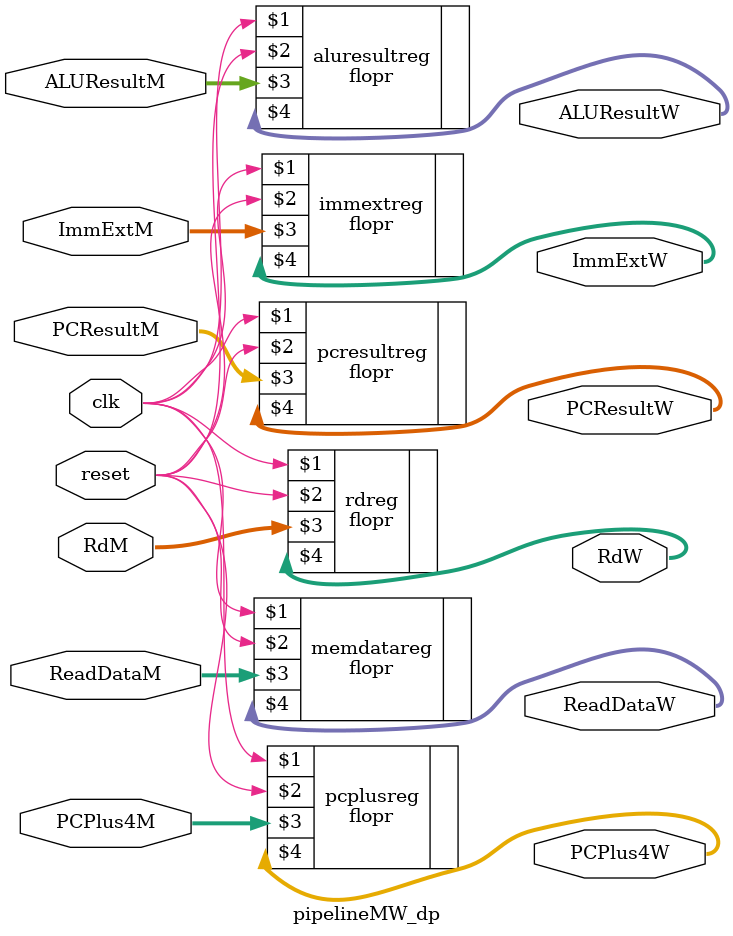
<source format=v>
module pipelineMW_dp(
	input clk,
	input reset,
	
	// inputs
	input [31:0] ALUResultM,
	input [31:0] ReadDataM,
	input [31:0] ImmExtM,
	input [4:0] RdM,
	input [31:0] PCResultM,
	input [31:0] PCPlus4M,

	// outputs
	output [31:0] ALUResultW,
	output [31:0] ReadDataW,
	output [31:0] ImmExtW,
	output [4:0] RdW,
	output [31:0] PCResultW,
	output [31:0] PCPlus4W
);

flopr #(32) aluresultreg(
	clk,
	reset,
	ALUResultM,
	ALUResultW
);

flopr #(32) memdatareg(
	clk,
	reset,
	ReadDataM,
	ReadDataW
);

flopr #(32) immextreg(
	clk,
	reset,
	ImmExtM,
	ImmExtW
);

flopr #(5) rdreg(
	clk,
	reset,
	RdM,
	RdW
);

flopr #(32) pcresultreg(
	clk,
	reset,
	PCResultM,
	PCResultW
);

flopr #(32) pcplusreg(
	clk,
	reset,
	PCPlus4M,
	PCPlus4W
);

endmodule

</source>
